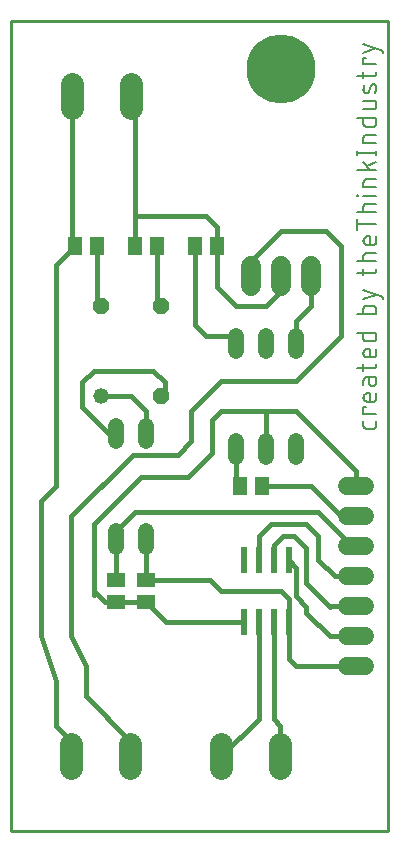
<source format=gbr>
G04 EAGLE Gerber RS-274X export*
G75*
%MOMM*%
%FSLAX34Y34*%
%LPD*%
%INTop Copper*%
%IPPOS*%
%AMOC8*
5,1,8,0,0,1.08239X$1,22.5*%
G01*
%ADD10C,0.152400*%
%ADD11C,1.981200*%
%ADD12C,1.320800*%
%ADD13P,1.429621X8X22.500000*%
%ADD14R,1.500000X1.300000*%
%ADD15C,1.320800*%
%ADD16R,1.300000X1.500000*%
%ADD17C,1.524000*%
%ADD18C,5.842000*%
%ADD19C,1.676400*%
%ADD20R,0.600000X2.200000*%
%ADD21C,0.406400*%
%ADD22C,0.254000*%


D10*
X309238Y347084D02*
X309238Y343471D01*
X309236Y343370D01*
X309230Y343269D01*
X309221Y343168D01*
X309208Y343067D01*
X309191Y342967D01*
X309170Y342868D01*
X309146Y342770D01*
X309118Y342673D01*
X309086Y342576D01*
X309051Y342481D01*
X309012Y342388D01*
X308970Y342296D01*
X308924Y342205D01*
X308875Y342117D01*
X308823Y342030D01*
X308767Y341945D01*
X308709Y341862D01*
X308647Y341782D01*
X308582Y341704D01*
X308515Y341628D01*
X308445Y341555D01*
X308372Y341485D01*
X308296Y341418D01*
X308218Y341353D01*
X308138Y341291D01*
X308055Y341233D01*
X307970Y341177D01*
X307884Y341125D01*
X307795Y341076D01*
X307704Y341030D01*
X307612Y340988D01*
X307519Y340949D01*
X307424Y340914D01*
X307327Y340882D01*
X307230Y340854D01*
X307132Y340830D01*
X307033Y340809D01*
X306933Y340792D01*
X306832Y340779D01*
X306731Y340770D01*
X306630Y340764D01*
X306529Y340762D01*
X301110Y340762D01*
X301009Y340764D01*
X300908Y340770D01*
X300807Y340779D01*
X300706Y340792D01*
X300606Y340809D01*
X300507Y340830D01*
X300409Y340854D01*
X300312Y340882D01*
X300215Y340914D01*
X300120Y340949D01*
X300027Y340988D01*
X299935Y341030D01*
X299844Y341076D01*
X299756Y341125D01*
X299669Y341177D01*
X299584Y341233D01*
X299501Y341291D01*
X299421Y341353D01*
X299343Y341418D01*
X299267Y341485D01*
X299194Y341555D01*
X299124Y341628D01*
X299057Y341704D01*
X298992Y341782D01*
X298930Y341862D01*
X298872Y341945D01*
X298816Y342030D01*
X298764Y342117D01*
X298715Y342205D01*
X298669Y342296D01*
X298627Y342388D01*
X298588Y342481D01*
X298553Y342576D01*
X298521Y342673D01*
X298493Y342770D01*
X298469Y342868D01*
X298448Y342967D01*
X298431Y343067D01*
X298418Y343168D01*
X298409Y343269D01*
X298403Y343370D01*
X298401Y343471D01*
X298401Y347084D01*
X298401Y353334D02*
X309238Y353334D01*
X298401Y353334D02*
X298401Y358753D01*
X300207Y358753D01*
X309238Y366380D02*
X309238Y370895D01*
X309238Y366380D02*
X309236Y366279D01*
X309230Y366178D01*
X309221Y366077D01*
X309208Y365976D01*
X309191Y365876D01*
X309170Y365777D01*
X309146Y365679D01*
X309118Y365582D01*
X309086Y365485D01*
X309051Y365390D01*
X309012Y365297D01*
X308970Y365205D01*
X308924Y365114D01*
X308875Y365026D01*
X308823Y364939D01*
X308767Y364854D01*
X308709Y364771D01*
X308647Y364691D01*
X308582Y364613D01*
X308515Y364537D01*
X308445Y364464D01*
X308372Y364394D01*
X308296Y364327D01*
X308218Y364262D01*
X308138Y364200D01*
X308055Y364142D01*
X307970Y364086D01*
X307884Y364034D01*
X307795Y363985D01*
X307704Y363939D01*
X307612Y363897D01*
X307519Y363858D01*
X307424Y363823D01*
X307327Y363791D01*
X307230Y363763D01*
X307132Y363739D01*
X307033Y363718D01*
X306933Y363701D01*
X306832Y363688D01*
X306731Y363679D01*
X306630Y363673D01*
X306529Y363671D01*
X306529Y363670D02*
X302013Y363670D01*
X302013Y363671D02*
X301894Y363673D01*
X301774Y363679D01*
X301655Y363689D01*
X301537Y363703D01*
X301418Y363720D01*
X301301Y363742D01*
X301184Y363767D01*
X301069Y363797D01*
X300954Y363830D01*
X300840Y363867D01*
X300728Y363907D01*
X300617Y363952D01*
X300508Y364000D01*
X300400Y364051D01*
X300294Y364106D01*
X300190Y364165D01*
X300088Y364227D01*
X299988Y364292D01*
X299890Y364361D01*
X299794Y364433D01*
X299701Y364508D01*
X299611Y364585D01*
X299523Y364666D01*
X299438Y364750D01*
X299356Y364837D01*
X299276Y364926D01*
X299200Y365018D01*
X299126Y365112D01*
X299056Y365209D01*
X298989Y365307D01*
X298925Y365408D01*
X298865Y365512D01*
X298808Y365617D01*
X298755Y365724D01*
X298705Y365832D01*
X298659Y365942D01*
X298617Y366054D01*
X298578Y366167D01*
X298543Y366281D01*
X298512Y366396D01*
X298484Y366513D01*
X298461Y366630D01*
X298441Y366747D01*
X298425Y366866D01*
X298413Y366985D01*
X298405Y367104D01*
X298401Y367223D01*
X298401Y367343D01*
X298405Y367462D01*
X298413Y367581D01*
X298425Y367700D01*
X298441Y367819D01*
X298461Y367936D01*
X298484Y368053D01*
X298512Y368170D01*
X298543Y368285D01*
X298578Y368399D01*
X298617Y368512D01*
X298659Y368624D01*
X298705Y368734D01*
X298755Y368842D01*
X298808Y368949D01*
X298865Y369054D01*
X298925Y369158D01*
X298989Y369259D01*
X299056Y369357D01*
X299126Y369454D01*
X299200Y369548D01*
X299276Y369640D01*
X299356Y369729D01*
X299438Y369816D01*
X299523Y369900D01*
X299611Y369981D01*
X299701Y370058D01*
X299794Y370133D01*
X299890Y370205D01*
X299988Y370274D01*
X300088Y370339D01*
X300190Y370401D01*
X300294Y370460D01*
X300400Y370515D01*
X300508Y370566D01*
X300617Y370614D01*
X300728Y370659D01*
X300840Y370699D01*
X300954Y370736D01*
X301069Y370769D01*
X301184Y370799D01*
X301301Y370824D01*
X301418Y370846D01*
X301537Y370863D01*
X301655Y370877D01*
X301774Y370887D01*
X301894Y370893D01*
X302013Y370895D01*
X303819Y370895D01*
X303819Y363670D01*
X302916Y380305D02*
X302916Y384369D01*
X302916Y380305D02*
X302918Y380193D01*
X302924Y380082D01*
X302934Y379971D01*
X302947Y379860D01*
X302965Y379750D01*
X302987Y379641D01*
X303012Y379532D01*
X303041Y379424D01*
X303074Y379318D01*
X303111Y379212D01*
X303151Y379108D01*
X303195Y379006D01*
X303243Y378905D01*
X303294Y378806D01*
X303349Y378708D01*
X303407Y378613D01*
X303468Y378520D01*
X303533Y378429D01*
X303601Y378340D01*
X303672Y378254D01*
X303745Y378171D01*
X303822Y378090D01*
X303902Y378011D01*
X303984Y377936D01*
X304069Y377864D01*
X304156Y377794D01*
X304246Y377728D01*
X304338Y377665D01*
X304433Y377605D01*
X304529Y377549D01*
X304627Y377496D01*
X304727Y377447D01*
X304829Y377401D01*
X304932Y377359D01*
X305037Y377320D01*
X305143Y377285D01*
X305250Y377254D01*
X305358Y377227D01*
X305467Y377203D01*
X305577Y377184D01*
X305687Y377168D01*
X305798Y377156D01*
X305910Y377148D01*
X306021Y377144D01*
X306133Y377144D01*
X306244Y377148D01*
X306356Y377156D01*
X306467Y377168D01*
X306577Y377184D01*
X306687Y377203D01*
X306796Y377227D01*
X306904Y377254D01*
X307011Y377285D01*
X307117Y377320D01*
X307222Y377359D01*
X307325Y377401D01*
X307427Y377447D01*
X307527Y377496D01*
X307625Y377549D01*
X307721Y377605D01*
X307816Y377665D01*
X307908Y377728D01*
X307998Y377794D01*
X308085Y377864D01*
X308170Y377936D01*
X308252Y378011D01*
X308332Y378090D01*
X308409Y378171D01*
X308482Y378254D01*
X308553Y378340D01*
X308621Y378429D01*
X308686Y378520D01*
X308747Y378613D01*
X308805Y378708D01*
X308860Y378806D01*
X308911Y378905D01*
X308959Y379006D01*
X309003Y379108D01*
X309043Y379212D01*
X309080Y379318D01*
X309113Y379424D01*
X309142Y379532D01*
X309167Y379641D01*
X309189Y379750D01*
X309207Y379860D01*
X309220Y379971D01*
X309230Y380082D01*
X309236Y380193D01*
X309238Y380305D01*
X309238Y384369D01*
X301110Y384369D01*
X301009Y384367D01*
X300908Y384361D01*
X300807Y384352D01*
X300706Y384339D01*
X300606Y384322D01*
X300507Y384301D01*
X300409Y384277D01*
X300312Y384249D01*
X300215Y384217D01*
X300120Y384182D01*
X300027Y384143D01*
X299935Y384101D01*
X299844Y384055D01*
X299756Y384006D01*
X299669Y383954D01*
X299584Y383898D01*
X299501Y383840D01*
X299421Y383778D01*
X299343Y383713D01*
X299267Y383646D01*
X299194Y383576D01*
X299124Y383503D01*
X299057Y383427D01*
X298992Y383349D01*
X298930Y383269D01*
X298872Y383186D01*
X298816Y383101D01*
X298764Y383015D01*
X298715Y382926D01*
X298669Y382835D01*
X298627Y382743D01*
X298588Y382650D01*
X298553Y382555D01*
X298521Y382458D01*
X298493Y382361D01*
X298469Y382263D01*
X298448Y382164D01*
X298431Y382064D01*
X298418Y381963D01*
X298409Y381862D01*
X298403Y381761D01*
X298401Y381660D01*
X298401Y378047D01*
X298401Y389988D02*
X298401Y395407D01*
X292982Y391794D02*
X306529Y391794D01*
X306529Y391795D02*
X306630Y391797D01*
X306731Y391803D01*
X306832Y391812D01*
X306933Y391825D01*
X307033Y391842D01*
X307132Y391863D01*
X307230Y391887D01*
X307327Y391915D01*
X307424Y391947D01*
X307519Y391982D01*
X307612Y392021D01*
X307704Y392063D01*
X307795Y392109D01*
X307884Y392158D01*
X307970Y392210D01*
X308055Y392266D01*
X308138Y392324D01*
X308218Y392386D01*
X308296Y392451D01*
X308372Y392518D01*
X308445Y392588D01*
X308515Y392661D01*
X308582Y392737D01*
X308647Y392815D01*
X308709Y392895D01*
X308767Y392978D01*
X308823Y393063D01*
X308875Y393150D01*
X308924Y393238D01*
X308970Y393329D01*
X309012Y393421D01*
X309051Y393514D01*
X309086Y393609D01*
X309118Y393706D01*
X309146Y393803D01*
X309170Y393901D01*
X309191Y394000D01*
X309208Y394100D01*
X309221Y394201D01*
X309230Y394302D01*
X309236Y394403D01*
X309238Y394504D01*
X309238Y395407D01*
X309238Y403894D02*
X309238Y408410D01*
X309238Y403894D02*
X309236Y403793D01*
X309230Y403692D01*
X309221Y403591D01*
X309208Y403490D01*
X309191Y403390D01*
X309170Y403291D01*
X309146Y403193D01*
X309118Y403096D01*
X309086Y402999D01*
X309051Y402904D01*
X309012Y402811D01*
X308970Y402719D01*
X308924Y402628D01*
X308875Y402540D01*
X308823Y402453D01*
X308767Y402368D01*
X308709Y402285D01*
X308647Y402205D01*
X308582Y402127D01*
X308515Y402051D01*
X308445Y401978D01*
X308372Y401908D01*
X308296Y401841D01*
X308218Y401776D01*
X308138Y401714D01*
X308055Y401656D01*
X307970Y401600D01*
X307884Y401548D01*
X307795Y401499D01*
X307704Y401453D01*
X307612Y401411D01*
X307519Y401372D01*
X307424Y401337D01*
X307327Y401305D01*
X307230Y401277D01*
X307132Y401253D01*
X307033Y401232D01*
X306933Y401215D01*
X306832Y401202D01*
X306731Y401193D01*
X306630Y401187D01*
X306529Y401185D01*
X302013Y401185D01*
X302013Y401186D02*
X301894Y401188D01*
X301774Y401194D01*
X301655Y401204D01*
X301537Y401218D01*
X301418Y401235D01*
X301301Y401257D01*
X301184Y401282D01*
X301069Y401312D01*
X300954Y401345D01*
X300840Y401382D01*
X300728Y401422D01*
X300617Y401467D01*
X300508Y401515D01*
X300400Y401566D01*
X300294Y401621D01*
X300190Y401680D01*
X300088Y401742D01*
X299988Y401807D01*
X299890Y401876D01*
X299794Y401948D01*
X299701Y402023D01*
X299611Y402100D01*
X299523Y402181D01*
X299438Y402265D01*
X299356Y402352D01*
X299276Y402441D01*
X299200Y402533D01*
X299126Y402627D01*
X299056Y402724D01*
X298989Y402822D01*
X298925Y402923D01*
X298865Y403027D01*
X298808Y403132D01*
X298755Y403239D01*
X298705Y403347D01*
X298659Y403457D01*
X298617Y403569D01*
X298578Y403682D01*
X298543Y403796D01*
X298512Y403911D01*
X298484Y404028D01*
X298461Y404145D01*
X298441Y404262D01*
X298425Y404381D01*
X298413Y404500D01*
X298405Y404619D01*
X298401Y404738D01*
X298401Y404858D01*
X298405Y404977D01*
X298413Y405096D01*
X298425Y405215D01*
X298441Y405334D01*
X298461Y405451D01*
X298484Y405568D01*
X298512Y405685D01*
X298543Y405800D01*
X298578Y405914D01*
X298617Y406027D01*
X298659Y406139D01*
X298705Y406249D01*
X298755Y406357D01*
X298808Y406464D01*
X298865Y406569D01*
X298925Y406673D01*
X298989Y406774D01*
X299056Y406872D01*
X299126Y406969D01*
X299200Y407063D01*
X299276Y407155D01*
X299356Y407244D01*
X299438Y407331D01*
X299523Y407415D01*
X299611Y407496D01*
X299701Y407573D01*
X299794Y407648D01*
X299890Y407720D01*
X299988Y407789D01*
X300088Y407854D01*
X300190Y407916D01*
X300294Y407975D01*
X300400Y408030D01*
X300508Y408081D01*
X300617Y408129D01*
X300728Y408174D01*
X300840Y408214D01*
X300954Y408251D01*
X301069Y408284D01*
X301184Y408314D01*
X301301Y408339D01*
X301418Y408361D01*
X301537Y408378D01*
X301655Y408392D01*
X301774Y408402D01*
X301894Y408408D01*
X302013Y408410D01*
X303819Y408410D01*
X303819Y401185D01*
X309238Y421884D02*
X292982Y421884D01*
X309238Y421884D02*
X309238Y417368D01*
X309236Y417267D01*
X309230Y417166D01*
X309221Y417065D01*
X309208Y416964D01*
X309191Y416864D01*
X309170Y416765D01*
X309146Y416667D01*
X309118Y416570D01*
X309086Y416473D01*
X309051Y416378D01*
X309012Y416285D01*
X308970Y416193D01*
X308924Y416102D01*
X308875Y416014D01*
X308823Y415927D01*
X308767Y415842D01*
X308709Y415759D01*
X308647Y415679D01*
X308582Y415601D01*
X308515Y415525D01*
X308445Y415452D01*
X308372Y415382D01*
X308296Y415315D01*
X308218Y415250D01*
X308138Y415188D01*
X308055Y415130D01*
X307970Y415074D01*
X307884Y415022D01*
X307795Y414973D01*
X307704Y414927D01*
X307612Y414885D01*
X307519Y414846D01*
X307424Y414811D01*
X307327Y414779D01*
X307230Y414751D01*
X307132Y414727D01*
X307033Y414706D01*
X306933Y414689D01*
X306832Y414676D01*
X306731Y414667D01*
X306630Y414661D01*
X306529Y414659D01*
X301110Y414659D01*
X301009Y414661D01*
X300908Y414667D01*
X300807Y414676D01*
X300706Y414689D01*
X300606Y414706D01*
X300507Y414727D01*
X300409Y414751D01*
X300312Y414779D01*
X300215Y414811D01*
X300120Y414846D01*
X300027Y414885D01*
X299935Y414927D01*
X299844Y414973D01*
X299756Y415022D01*
X299669Y415074D01*
X299584Y415130D01*
X299501Y415188D01*
X299421Y415250D01*
X299343Y415315D01*
X299267Y415382D01*
X299194Y415452D01*
X299124Y415525D01*
X299057Y415601D01*
X298992Y415679D01*
X298930Y415759D01*
X298872Y415842D01*
X298816Y415927D01*
X298764Y416014D01*
X298715Y416102D01*
X298669Y416193D01*
X298627Y416285D01*
X298588Y416378D01*
X298553Y416473D01*
X298521Y416570D01*
X298493Y416667D01*
X298469Y416765D01*
X298448Y416864D01*
X298431Y416964D01*
X298418Y417065D01*
X298409Y417166D01*
X298403Y417267D01*
X298401Y417368D01*
X298401Y421884D01*
X292982Y437731D02*
X309238Y437731D01*
X309238Y442247D01*
X309236Y442348D01*
X309230Y442449D01*
X309221Y442550D01*
X309208Y442651D01*
X309191Y442751D01*
X309170Y442850D01*
X309146Y442948D01*
X309118Y443045D01*
X309086Y443142D01*
X309051Y443237D01*
X309012Y443330D01*
X308970Y443422D01*
X308924Y443513D01*
X308875Y443602D01*
X308823Y443688D01*
X308767Y443773D01*
X308709Y443856D01*
X308647Y443936D01*
X308582Y444014D01*
X308515Y444090D01*
X308445Y444163D01*
X308372Y444233D01*
X308296Y444300D01*
X308218Y444365D01*
X308138Y444427D01*
X308055Y444485D01*
X307970Y444541D01*
X307884Y444593D01*
X307795Y444642D01*
X307704Y444688D01*
X307612Y444730D01*
X307519Y444769D01*
X307424Y444804D01*
X307327Y444836D01*
X307230Y444864D01*
X307132Y444888D01*
X307033Y444909D01*
X306933Y444926D01*
X306832Y444939D01*
X306731Y444948D01*
X306630Y444954D01*
X306529Y444956D01*
X301110Y444956D01*
X301009Y444954D01*
X300908Y444948D01*
X300807Y444939D01*
X300706Y444926D01*
X300606Y444909D01*
X300507Y444888D01*
X300409Y444864D01*
X300312Y444836D01*
X300215Y444804D01*
X300120Y444769D01*
X300027Y444730D01*
X299935Y444688D01*
X299844Y444642D01*
X299756Y444593D01*
X299669Y444541D01*
X299584Y444485D01*
X299501Y444427D01*
X299421Y444365D01*
X299343Y444300D01*
X299267Y444233D01*
X299194Y444163D01*
X299124Y444090D01*
X299057Y444014D01*
X298992Y443936D01*
X298930Y443856D01*
X298872Y443773D01*
X298816Y443688D01*
X298764Y443602D01*
X298715Y443513D01*
X298669Y443422D01*
X298627Y443330D01*
X298588Y443237D01*
X298553Y443142D01*
X298521Y443045D01*
X298493Y442948D01*
X298469Y442850D01*
X298448Y442751D01*
X298431Y442651D01*
X298418Y442550D01*
X298409Y442449D01*
X298403Y442348D01*
X298401Y442247D01*
X298401Y437731D01*
X314657Y450684D02*
X314657Y452490D01*
X298401Y457909D01*
X298401Y450684D02*
X309238Y454296D01*
X298401Y470749D02*
X298401Y476168D01*
X292982Y472556D02*
X306529Y472556D01*
X306630Y472558D01*
X306731Y472564D01*
X306832Y472573D01*
X306933Y472586D01*
X307033Y472603D01*
X307132Y472624D01*
X307230Y472648D01*
X307327Y472676D01*
X307424Y472708D01*
X307519Y472743D01*
X307612Y472782D01*
X307704Y472824D01*
X307795Y472870D01*
X307884Y472919D01*
X307970Y472971D01*
X308055Y473027D01*
X308138Y473085D01*
X308218Y473147D01*
X308296Y473212D01*
X308372Y473279D01*
X308445Y473349D01*
X308515Y473422D01*
X308582Y473498D01*
X308647Y473576D01*
X308709Y473656D01*
X308767Y473739D01*
X308823Y473824D01*
X308875Y473911D01*
X308924Y473999D01*
X308970Y474090D01*
X309012Y474182D01*
X309051Y474275D01*
X309086Y474370D01*
X309118Y474467D01*
X309146Y474564D01*
X309170Y474662D01*
X309191Y474761D01*
X309208Y474861D01*
X309221Y474962D01*
X309230Y475063D01*
X309236Y475164D01*
X309238Y475265D01*
X309238Y476168D01*
X309238Y482467D02*
X292982Y482467D01*
X298401Y482467D02*
X298401Y486983D01*
X298403Y487087D01*
X298409Y487190D01*
X298419Y487294D01*
X298433Y487397D01*
X298451Y487499D01*
X298472Y487600D01*
X298498Y487701D01*
X298527Y487800D01*
X298560Y487899D01*
X298597Y487996D01*
X298638Y488091D01*
X298682Y488185D01*
X298730Y488277D01*
X298781Y488367D01*
X298836Y488456D01*
X298894Y488542D01*
X298956Y488625D01*
X299020Y488707D01*
X299088Y488785D01*
X299158Y488861D01*
X299231Y488935D01*
X299308Y489005D01*
X299386Y489073D01*
X299468Y489137D01*
X299551Y489199D01*
X299637Y489257D01*
X299726Y489312D01*
X299816Y489363D01*
X299908Y489411D01*
X300002Y489455D01*
X300097Y489496D01*
X300194Y489533D01*
X300293Y489566D01*
X300392Y489595D01*
X300493Y489621D01*
X300594Y489642D01*
X300696Y489660D01*
X300799Y489674D01*
X300903Y489684D01*
X301006Y489690D01*
X301110Y489692D01*
X309238Y489692D01*
X309238Y499245D02*
X309238Y503760D01*
X309238Y499245D02*
X309236Y499144D01*
X309230Y499043D01*
X309221Y498942D01*
X309208Y498841D01*
X309191Y498741D01*
X309170Y498642D01*
X309146Y498544D01*
X309118Y498447D01*
X309086Y498350D01*
X309051Y498255D01*
X309012Y498162D01*
X308970Y498070D01*
X308924Y497979D01*
X308875Y497891D01*
X308823Y497804D01*
X308767Y497719D01*
X308709Y497636D01*
X308647Y497556D01*
X308582Y497478D01*
X308515Y497402D01*
X308445Y497329D01*
X308372Y497259D01*
X308296Y497192D01*
X308218Y497127D01*
X308138Y497065D01*
X308055Y497007D01*
X307970Y496951D01*
X307884Y496899D01*
X307795Y496850D01*
X307704Y496804D01*
X307612Y496762D01*
X307519Y496723D01*
X307424Y496688D01*
X307327Y496656D01*
X307230Y496628D01*
X307132Y496604D01*
X307033Y496583D01*
X306933Y496566D01*
X306832Y496553D01*
X306731Y496544D01*
X306630Y496538D01*
X306529Y496536D01*
X306529Y496535D02*
X302013Y496535D01*
X302013Y496536D02*
X301894Y496538D01*
X301774Y496544D01*
X301655Y496554D01*
X301537Y496568D01*
X301418Y496585D01*
X301301Y496607D01*
X301184Y496632D01*
X301069Y496662D01*
X300954Y496695D01*
X300840Y496732D01*
X300728Y496772D01*
X300617Y496817D01*
X300508Y496865D01*
X300400Y496916D01*
X300294Y496971D01*
X300190Y497030D01*
X300088Y497092D01*
X299988Y497157D01*
X299890Y497226D01*
X299794Y497298D01*
X299701Y497373D01*
X299611Y497450D01*
X299523Y497531D01*
X299438Y497615D01*
X299356Y497702D01*
X299276Y497791D01*
X299200Y497883D01*
X299126Y497977D01*
X299056Y498074D01*
X298989Y498172D01*
X298925Y498273D01*
X298865Y498377D01*
X298808Y498482D01*
X298755Y498589D01*
X298705Y498697D01*
X298659Y498807D01*
X298617Y498919D01*
X298578Y499032D01*
X298543Y499146D01*
X298512Y499261D01*
X298484Y499378D01*
X298461Y499495D01*
X298441Y499612D01*
X298425Y499731D01*
X298413Y499850D01*
X298405Y499969D01*
X298401Y500088D01*
X298401Y500208D01*
X298405Y500327D01*
X298413Y500446D01*
X298425Y500565D01*
X298441Y500684D01*
X298461Y500801D01*
X298484Y500918D01*
X298512Y501035D01*
X298543Y501150D01*
X298578Y501264D01*
X298617Y501377D01*
X298659Y501489D01*
X298705Y501599D01*
X298755Y501707D01*
X298808Y501814D01*
X298865Y501919D01*
X298925Y502023D01*
X298989Y502124D01*
X299056Y502222D01*
X299126Y502319D01*
X299200Y502413D01*
X299276Y502505D01*
X299356Y502594D01*
X299438Y502681D01*
X299523Y502765D01*
X299611Y502846D01*
X299701Y502923D01*
X299794Y502998D01*
X299890Y503070D01*
X299988Y503139D01*
X300088Y503204D01*
X300190Y503266D01*
X300294Y503325D01*
X300400Y503380D01*
X300508Y503431D01*
X300617Y503479D01*
X300728Y503524D01*
X300840Y503564D01*
X300954Y503601D01*
X301069Y503634D01*
X301184Y503664D01*
X301301Y503689D01*
X301418Y503711D01*
X301537Y503728D01*
X301655Y503742D01*
X301774Y503752D01*
X301894Y503758D01*
X302013Y503760D01*
X303819Y503760D01*
X303819Y496535D01*
X309238Y513695D02*
X292982Y513695D01*
X292982Y509179D02*
X292982Y518211D01*
X292982Y524151D02*
X309238Y524151D01*
X298401Y524151D02*
X298401Y528666D01*
X298403Y528770D01*
X298409Y528873D01*
X298419Y528977D01*
X298433Y529080D01*
X298451Y529182D01*
X298472Y529283D01*
X298498Y529384D01*
X298527Y529483D01*
X298560Y529582D01*
X298597Y529679D01*
X298638Y529774D01*
X298682Y529868D01*
X298730Y529960D01*
X298781Y530050D01*
X298836Y530139D01*
X298894Y530225D01*
X298956Y530308D01*
X299020Y530390D01*
X299088Y530468D01*
X299158Y530544D01*
X299231Y530618D01*
X299308Y530688D01*
X299386Y530756D01*
X299468Y530820D01*
X299551Y530882D01*
X299637Y530940D01*
X299726Y530995D01*
X299816Y531046D01*
X299908Y531094D01*
X300002Y531138D01*
X300097Y531179D01*
X300194Y531216D01*
X300293Y531249D01*
X300392Y531278D01*
X300493Y531304D01*
X300594Y531325D01*
X300696Y531343D01*
X300799Y531357D01*
X300903Y531367D01*
X301006Y531373D01*
X301110Y531375D01*
X301110Y531376D02*
X309238Y531376D01*
X309238Y538184D02*
X298401Y538184D01*
X293885Y537732D02*
X292982Y537732D01*
X292982Y538635D01*
X293885Y538635D01*
X293885Y537732D01*
X298401Y544992D02*
X309238Y544992D01*
X298401Y544992D02*
X298401Y549508D01*
X298403Y549612D01*
X298409Y549715D01*
X298419Y549819D01*
X298433Y549922D01*
X298451Y550024D01*
X298472Y550125D01*
X298498Y550226D01*
X298527Y550325D01*
X298560Y550424D01*
X298597Y550521D01*
X298638Y550616D01*
X298682Y550710D01*
X298730Y550802D01*
X298781Y550892D01*
X298836Y550981D01*
X298894Y551067D01*
X298956Y551150D01*
X299020Y551232D01*
X299088Y551310D01*
X299158Y551386D01*
X299231Y551460D01*
X299308Y551530D01*
X299386Y551598D01*
X299468Y551662D01*
X299551Y551724D01*
X299637Y551782D01*
X299726Y551837D01*
X299816Y551888D01*
X299908Y551936D01*
X300002Y551980D01*
X300097Y552021D01*
X300194Y552058D01*
X300293Y552091D01*
X300392Y552120D01*
X300493Y552146D01*
X300594Y552167D01*
X300696Y552185D01*
X300799Y552199D01*
X300903Y552209D01*
X301006Y552215D01*
X301110Y552217D01*
X309238Y552217D01*
X309238Y559750D02*
X292982Y559750D01*
X298401Y566975D02*
X303819Y559750D01*
X301562Y562911D02*
X309238Y566975D01*
X309238Y574136D02*
X292982Y574136D01*
X309238Y572329D02*
X309238Y575942D01*
X292982Y575942D02*
X292982Y572329D01*
X298401Y582507D02*
X309238Y582507D01*
X298401Y582507D02*
X298401Y587023D01*
X298403Y587127D01*
X298409Y587230D01*
X298419Y587334D01*
X298433Y587437D01*
X298451Y587539D01*
X298472Y587640D01*
X298498Y587741D01*
X298527Y587840D01*
X298560Y587939D01*
X298597Y588036D01*
X298638Y588131D01*
X298682Y588225D01*
X298730Y588317D01*
X298781Y588407D01*
X298836Y588496D01*
X298894Y588582D01*
X298956Y588665D01*
X299020Y588747D01*
X299088Y588825D01*
X299158Y588901D01*
X299231Y588975D01*
X299308Y589045D01*
X299386Y589113D01*
X299468Y589177D01*
X299551Y589239D01*
X299637Y589297D01*
X299726Y589352D01*
X299816Y589403D01*
X299908Y589451D01*
X300002Y589495D01*
X300097Y589536D01*
X300194Y589573D01*
X300293Y589606D01*
X300392Y589635D01*
X300493Y589661D01*
X300594Y589682D01*
X300696Y589700D01*
X300799Y589714D01*
X300903Y589724D01*
X301006Y589730D01*
X301110Y589732D01*
X309238Y589732D01*
X309238Y603727D02*
X292982Y603727D01*
X309238Y603727D02*
X309238Y599211D01*
X309236Y599110D01*
X309230Y599009D01*
X309221Y598908D01*
X309208Y598807D01*
X309191Y598707D01*
X309170Y598608D01*
X309146Y598510D01*
X309118Y598413D01*
X309086Y598316D01*
X309051Y598221D01*
X309012Y598128D01*
X308970Y598036D01*
X308924Y597945D01*
X308875Y597857D01*
X308823Y597770D01*
X308767Y597685D01*
X308709Y597602D01*
X308647Y597522D01*
X308582Y597444D01*
X308515Y597368D01*
X308445Y597295D01*
X308372Y597225D01*
X308296Y597158D01*
X308218Y597093D01*
X308138Y597031D01*
X308055Y596973D01*
X307970Y596917D01*
X307884Y596865D01*
X307795Y596816D01*
X307704Y596770D01*
X307612Y596728D01*
X307519Y596689D01*
X307424Y596654D01*
X307327Y596622D01*
X307230Y596594D01*
X307132Y596570D01*
X307033Y596549D01*
X306933Y596532D01*
X306832Y596519D01*
X306731Y596510D01*
X306630Y596504D01*
X306529Y596502D01*
X301110Y596502D01*
X301009Y596504D01*
X300908Y596510D01*
X300807Y596519D01*
X300706Y596532D01*
X300606Y596549D01*
X300507Y596570D01*
X300409Y596594D01*
X300312Y596622D01*
X300215Y596654D01*
X300120Y596689D01*
X300027Y596728D01*
X299935Y596770D01*
X299844Y596816D01*
X299756Y596865D01*
X299669Y596917D01*
X299584Y596973D01*
X299501Y597031D01*
X299421Y597093D01*
X299343Y597158D01*
X299267Y597225D01*
X299194Y597295D01*
X299124Y597368D01*
X299057Y597444D01*
X298992Y597522D01*
X298930Y597602D01*
X298872Y597685D01*
X298816Y597770D01*
X298764Y597857D01*
X298715Y597945D01*
X298669Y598036D01*
X298627Y598128D01*
X298588Y598221D01*
X298553Y598316D01*
X298521Y598413D01*
X298493Y598510D01*
X298469Y598608D01*
X298448Y598707D01*
X298431Y598807D01*
X298418Y598908D01*
X298409Y599009D01*
X298403Y599110D01*
X298401Y599211D01*
X298401Y603727D01*
X298401Y611164D02*
X306529Y611164D01*
X306529Y611165D02*
X306630Y611167D01*
X306731Y611173D01*
X306832Y611182D01*
X306933Y611195D01*
X307033Y611212D01*
X307132Y611233D01*
X307230Y611257D01*
X307327Y611285D01*
X307424Y611317D01*
X307519Y611352D01*
X307612Y611391D01*
X307704Y611433D01*
X307795Y611479D01*
X307884Y611528D01*
X307970Y611580D01*
X308055Y611636D01*
X308138Y611694D01*
X308218Y611756D01*
X308296Y611821D01*
X308372Y611888D01*
X308445Y611958D01*
X308515Y612031D01*
X308582Y612107D01*
X308647Y612185D01*
X308709Y612265D01*
X308767Y612348D01*
X308823Y612433D01*
X308875Y612520D01*
X308924Y612608D01*
X308970Y612699D01*
X309012Y612791D01*
X309051Y612884D01*
X309086Y612979D01*
X309118Y613076D01*
X309146Y613173D01*
X309170Y613271D01*
X309191Y613370D01*
X309208Y613470D01*
X309221Y613571D01*
X309230Y613672D01*
X309236Y613773D01*
X309238Y613874D01*
X309238Y618389D01*
X298401Y618389D01*
X302916Y626587D02*
X304722Y631103D01*
X302916Y626587D02*
X302879Y626499D01*
X302838Y626413D01*
X302794Y626328D01*
X302746Y626245D01*
X302695Y626165D01*
X302641Y626086D01*
X302583Y626010D01*
X302523Y625936D01*
X302459Y625864D01*
X302393Y625796D01*
X302323Y625730D01*
X302252Y625667D01*
X302177Y625606D01*
X302101Y625549D01*
X302022Y625496D01*
X301941Y625445D01*
X301858Y625398D01*
X301773Y625354D01*
X301686Y625314D01*
X301598Y625277D01*
X301508Y625244D01*
X301417Y625214D01*
X301325Y625189D01*
X301232Y625167D01*
X301138Y625149D01*
X301044Y625134D01*
X300949Y625124D01*
X300853Y625118D01*
X300758Y625115D01*
X300662Y625116D01*
X300567Y625122D01*
X300471Y625131D01*
X300377Y625144D01*
X300283Y625160D01*
X300189Y625181D01*
X300097Y625206D01*
X300006Y625234D01*
X299916Y625266D01*
X299827Y625301D01*
X299740Y625340D01*
X299654Y625383D01*
X299570Y625429D01*
X299489Y625479D01*
X299409Y625531D01*
X299331Y625587D01*
X299256Y625647D01*
X299184Y625709D01*
X299114Y625774D01*
X299046Y625842D01*
X298982Y625912D01*
X298920Y625985D01*
X298862Y626061D01*
X298806Y626139D01*
X298754Y626219D01*
X298705Y626301D01*
X298660Y626385D01*
X298618Y626471D01*
X298579Y626558D01*
X298544Y626647D01*
X298513Y626738D01*
X298486Y626829D01*
X298462Y626922D01*
X298442Y627015D01*
X298426Y627109D01*
X298414Y627204D01*
X298405Y627299D01*
X298401Y627395D01*
X298400Y627490D01*
X298407Y627737D01*
X298419Y627983D01*
X298437Y628229D01*
X298462Y628475D01*
X298492Y628719D01*
X298528Y628963D01*
X298570Y629206D01*
X298617Y629448D01*
X298671Y629689D01*
X298730Y629928D01*
X298795Y630166D01*
X298866Y630403D01*
X298942Y630637D01*
X299024Y630870D01*
X299112Y631100D01*
X299205Y631328D01*
X299303Y631555D01*
X304723Y631103D02*
X304760Y631191D01*
X304801Y631277D01*
X304845Y631362D01*
X304893Y631445D01*
X304944Y631525D01*
X304998Y631604D01*
X305056Y631680D01*
X305116Y631754D01*
X305180Y631826D01*
X305246Y631894D01*
X305316Y631960D01*
X305387Y632023D01*
X305462Y632084D01*
X305538Y632141D01*
X305617Y632194D01*
X305698Y632245D01*
X305781Y632292D01*
X305866Y632336D01*
X305953Y632376D01*
X306041Y632413D01*
X306131Y632446D01*
X306222Y632476D01*
X306314Y632501D01*
X306407Y632523D01*
X306501Y632541D01*
X306595Y632556D01*
X306690Y632566D01*
X306786Y632572D01*
X306881Y632575D01*
X306977Y632574D01*
X307072Y632568D01*
X307168Y632559D01*
X307262Y632546D01*
X307356Y632530D01*
X307450Y632509D01*
X307542Y632484D01*
X307633Y632456D01*
X307723Y632424D01*
X307812Y632389D01*
X307899Y632350D01*
X307985Y632307D01*
X308069Y632261D01*
X308150Y632211D01*
X308230Y632159D01*
X308308Y632103D01*
X308383Y632043D01*
X308455Y631981D01*
X308525Y631916D01*
X308593Y631848D01*
X308657Y631778D01*
X308719Y631705D01*
X308777Y631629D01*
X308833Y631551D01*
X308885Y631471D01*
X308934Y631389D01*
X308979Y631305D01*
X309021Y631219D01*
X309060Y631132D01*
X309095Y631043D01*
X309126Y630952D01*
X309153Y630861D01*
X309177Y630768D01*
X309197Y630675D01*
X309213Y630581D01*
X309225Y630486D01*
X309234Y630391D01*
X309238Y630295D01*
X309239Y630200D01*
X309238Y630199D02*
X309229Y629837D01*
X309211Y629475D01*
X309184Y629114D01*
X309149Y628754D01*
X309106Y628394D01*
X309054Y628035D01*
X308993Y627678D01*
X308924Y627323D01*
X308847Y626969D01*
X308761Y626617D01*
X308667Y626267D01*
X308564Y625919D01*
X308454Y625574D01*
X308335Y625232D01*
X298401Y637482D02*
X298401Y642901D01*
X292982Y639288D02*
X306529Y639288D01*
X306529Y639289D02*
X306630Y639291D01*
X306731Y639297D01*
X306832Y639306D01*
X306933Y639319D01*
X307033Y639336D01*
X307132Y639357D01*
X307230Y639381D01*
X307327Y639409D01*
X307424Y639441D01*
X307519Y639476D01*
X307612Y639515D01*
X307704Y639557D01*
X307795Y639603D01*
X307884Y639652D01*
X307970Y639704D01*
X308055Y639760D01*
X308138Y639818D01*
X308218Y639880D01*
X308296Y639945D01*
X308372Y640012D01*
X308445Y640082D01*
X308515Y640155D01*
X308582Y640231D01*
X308647Y640309D01*
X308709Y640389D01*
X308767Y640472D01*
X308823Y640557D01*
X308875Y640644D01*
X308924Y640732D01*
X308970Y640823D01*
X309012Y640915D01*
X309051Y641008D01*
X309086Y641103D01*
X309118Y641200D01*
X309146Y641297D01*
X309170Y641395D01*
X309191Y641494D01*
X309208Y641594D01*
X309221Y641695D01*
X309230Y641796D01*
X309236Y641897D01*
X309238Y641998D01*
X309238Y642901D01*
X309238Y649285D02*
X298401Y649285D01*
X298401Y654704D01*
X300207Y654704D01*
X314657Y659100D02*
X314657Y660906D01*
X298401Y666325D01*
X298401Y659100D02*
X309238Y662712D01*
D11*
X101346Y632206D02*
X101346Y612394D01*
X51308Y612394D02*
X51308Y632206D01*
X51054Y73406D02*
X51054Y53594D01*
X101092Y53594D02*
X101092Y73406D01*
D12*
X76200Y368300D03*
D13*
X127000Y368300D03*
X127000Y444500D03*
X76200Y444500D03*
D14*
X114300Y212700D03*
X114300Y193700D03*
D15*
X190500Y316992D02*
X190500Y330200D01*
X215900Y330200D02*
X215900Y316992D01*
X215900Y406400D02*
X215900Y419608D01*
X190500Y419608D02*
X190500Y406400D01*
X241300Y330200D02*
X241300Y316992D01*
X241300Y406400D02*
X241300Y419608D01*
X114300Y343408D02*
X114300Y330200D01*
X88900Y330200D02*
X88900Y343408D01*
X88900Y254000D02*
X88900Y240792D01*
X114300Y240792D02*
X114300Y254000D01*
D16*
X104800Y495300D03*
X123800Y495300D03*
X54000Y495300D03*
X73000Y495300D03*
X155600Y495300D03*
X174600Y495300D03*
D14*
X88900Y193700D03*
X88900Y212700D03*
D16*
X212700Y292100D03*
X193700Y292100D03*
D17*
X284480Y139700D02*
X299720Y139700D01*
X299720Y165100D02*
X284480Y165100D01*
X284480Y190500D02*
X299720Y190500D01*
X299720Y215900D02*
X284480Y215900D01*
X284480Y241300D02*
X299720Y241300D01*
X299720Y266700D02*
X284480Y266700D01*
X284480Y292100D02*
X299720Y292100D01*
D18*
X228600Y645160D03*
D19*
X203200Y478282D02*
X203200Y461518D01*
X228600Y461518D02*
X228600Y478282D01*
X254000Y478282D02*
X254000Y461518D01*
D11*
X178054Y73406D02*
X178054Y53594D01*
X228092Y53594D02*
X228092Y73406D01*
D20*
X209550Y177200D03*
X209550Y229200D03*
X196850Y177200D03*
X222250Y177200D03*
X234950Y177200D03*
X196850Y229200D03*
X222250Y229200D03*
X234950Y229200D03*
D21*
X155600Y428600D02*
X155600Y495300D01*
X155600Y428600D02*
X165100Y419100D01*
X190500Y419100D01*
X190500Y406400D01*
X104800Y495300D02*
X104800Y520700D01*
X104800Y618846D01*
X101346Y622300D01*
X174600Y511200D02*
X174600Y495300D01*
X174600Y511200D02*
X165100Y520700D01*
X104800Y520700D01*
X228600Y469900D02*
X228600Y457200D01*
X215900Y444500D01*
X190500Y444500D01*
X174600Y460400D02*
X174600Y495300D01*
X174600Y460400D02*
X190500Y444500D01*
X51308Y497992D02*
X51308Y622300D01*
X51308Y497992D02*
X54000Y495300D01*
X38100Y479400D01*
X51054Y75946D02*
X51054Y63500D01*
X38100Y292100D02*
X38100Y479400D01*
X38100Y127000D02*
X38100Y88900D01*
X51054Y75946D01*
X38100Y127000D02*
X25400Y165100D01*
X25400Y279400D02*
X38100Y292100D01*
X25400Y279400D02*
X25400Y165100D01*
X123800Y447700D02*
X123800Y495300D01*
X123800Y447700D02*
X127000Y444500D01*
X73000Y447700D02*
X73000Y495300D01*
X73000Y447700D02*
X76200Y444500D01*
X88900Y254000D02*
X88900Y212700D01*
X88900Y254000D02*
X104900Y270000D01*
X260000Y270000D02*
X290000Y240000D01*
X290800Y240000D01*
X292100Y241300D01*
X260000Y270000D02*
X104900Y270000D01*
X114300Y193700D02*
X88900Y193700D01*
X114300Y193700D02*
X130800Y177200D01*
X196850Y177200D01*
X215900Y330200D02*
X215900Y355600D01*
X177800Y355600D01*
X170000Y347800D01*
X170000Y320000D01*
X150000Y300000D01*
X70000Y260000D02*
X70000Y203200D01*
X70000Y200000D01*
X70000Y203200D02*
X79500Y193700D01*
X88900Y193700D01*
X215900Y355600D02*
X241300Y355600D01*
X292100Y304800D01*
X292100Y292100D01*
X150000Y300000D02*
X110000Y300000D01*
X70000Y260000D01*
X190500Y295300D02*
X190500Y330200D01*
X190500Y295300D02*
X193700Y292100D01*
X241300Y406400D02*
X241300Y431800D01*
X254000Y444500D01*
X254000Y469900D01*
X101092Y76708D02*
X101092Y63500D01*
X101092Y76708D02*
X63500Y114300D01*
X63500Y139700D01*
X177800Y381000D02*
X241300Y381000D01*
X279400Y419100D01*
X279400Y495300D01*
X266700Y508000D01*
X228600Y508000D01*
X203200Y482600D01*
X203200Y469900D01*
X152400Y330200D02*
X141100Y318900D01*
X50800Y165100D02*
X63500Y139700D01*
X152400Y330200D02*
X152400Y355600D01*
X177800Y381000D01*
X50800Y266700D02*
X50800Y165100D01*
X50800Y266700D02*
X103000Y318900D01*
X141100Y318900D01*
X114300Y212700D02*
X168300Y212700D01*
X177800Y203200D01*
X228600Y203200D01*
X234950Y196850D01*
X234950Y177200D01*
X114300Y212700D02*
X114300Y254000D01*
X234950Y177200D02*
X234950Y146050D01*
X241300Y139700D01*
X292100Y139700D01*
X228092Y89408D02*
X228092Y63500D01*
X222250Y95250D02*
X222250Y177200D01*
X222250Y95250D02*
X228092Y89408D01*
X209550Y94996D02*
X209550Y177200D01*
X209550Y94996D02*
X178054Y63500D01*
X279400Y266700D02*
X254000Y292100D01*
X279400Y266700D02*
X292100Y266700D01*
X254000Y292100D02*
X212700Y292100D01*
X210000Y229650D02*
X209550Y229200D01*
X210000Y229650D02*
X210000Y250000D01*
X220000Y260000D01*
X250000Y260000D01*
X260000Y250000D01*
X260000Y230000D01*
X274100Y215900D01*
X292100Y215900D01*
X222250Y229200D02*
X222250Y242250D01*
X230000Y250000D01*
X240000Y250000D01*
X250000Y240000D01*
X250000Y210000D01*
X270000Y190000D02*
X270500Y190500D01*
X292100Y190500D01*
X270000Y190000D02*
X250000Y210000D01*
X241300Y198700D02*
X250000Y190000D01*
X250000Y185000D01*
X241300Y222850D02*
X234950Y229200D01*
X241300Y222850D02*
X241300Y198700D01*
X250000Y185000D02*
X269900Y165100D01*
X292100Y165100D01*
X101700Y368300D02*
X76200Y368300D01*
X114300Y355700D02*
X114300Y330200D01*
X114300Y355700D02*
X101700Y368300D01*
X88900Y330200D02*
X60000Y359100D01*
X60000Y380000D01*
X70000Y390000D01*
X120000Y390000D01*
X130000Y380000D01*
X130000Y371300D01*
X127000Y368300D01*
D22*
X0Y0D02*
X319600Y0D01*
X319600Y685700D01*
X0Y685700D01*
X0Y0D01*
M02*

</source>
